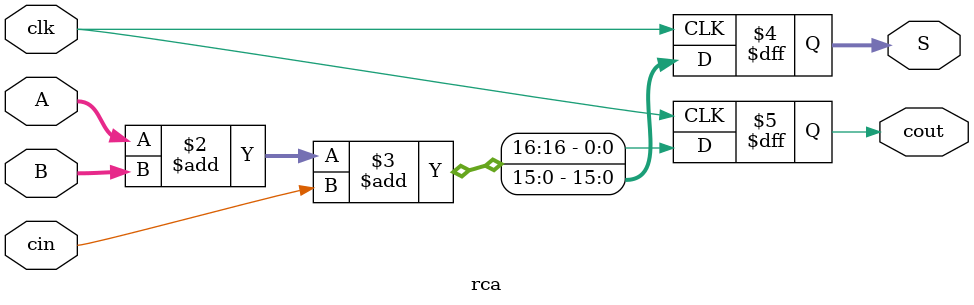
<source format=v>
module rca(
    input wire clk,
    input wire cin,
    input wire [15:0] A,
    input wire [15:0] B,
    output wire [15:0] S,
    output wire cout
);

always @(posedge clk) begin
    {cout, S} <= A + B + cin;
end

endmodule

</source>
